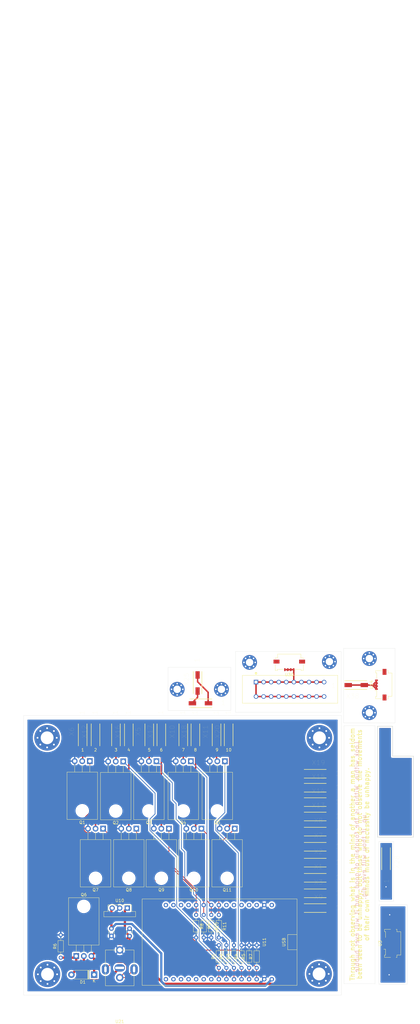
<source format=kicad_pcb>
(kicad_pcb (version 20171130) (host pcbnew 5.1.7-a382d34a8~88~ubuntu20.04.1)
  (layers (0 F.Cu signal) (31 B.Cu signal) (34 B.Paste user) (35 F.Paste user) (36 B.SilkS user) (37 F.SilkS user) (38 B.Mask user) (39 F.Mask user) (44 Edge.Cuts user))
  (net 0 "")
  (net 1 "Net-(D1-Pad2)")
  (net 2 +24V)
  (net 3 "Net-(J8-Pad1)")
  (net 4 POWER-IN-)
  (net 5 +5V)
  (net 6 "Net-(Q1-Pad2)")
  (net 7 sheet1)
  (net 8 "Net-(Q2-Pad2)")
  (net 9 sheet2)
  (net 10 "Net-(Q3-Pad2)")
  (net 11 sheet3)
  (net 12 "Net-(Q4-Pad2)")
  (net 13 sheet4)
  (net 14 "Net-(Q5-Pad2)")
  (net 15 sheet5)
  (net 16 POWER-IN+)
  (net 17 "Net-(U3-Pad1)")
  (net 18 "Net-(U11-Pad30)")
  (net 19 "Net-(U11-Pad29)")
  (net 20 "Net-(U11-Pad28)")
  (net 21 "Net-(U11-Pad27)")
  (net 22 "Net-(U11-Pad22)")
  (net 23 "Net-(U11-Pad21)")
  (net 24 "Net-(U11-Pad20)")
  (net 25 "Net-(U11-Pad19)")
  (net 26 "Net-(U11-Pad18)")
  (net 27 "Net-(U11-Pad16)")
  (net 28 sheet6)
  (net 29 "Net-(U11-Pad7)")
  (net 30 "Net-(U11-Pad6)")
  (net 31 "Net-(U11-Pad5)")
  (net 32 "Net-(U11-Pad4)")
  (net 33 "Net-(U11-Pad3)")
  (net 34 "Net-(U11-Pad2)")
  (net 35 "Net-(U11-Pad1)")
  (net 36 "Net-(U21-Pad0)")
  (net 37 "Net-(Q7-Pad2)")
  (net 38 "Net-(Q8-Pad2)")
  (net 39 sheet7)
  (net 40 "Net-(Q9-Pad2)")
  (net 41 sheet8)
  (net 42 "Net-(Q10-Pad2)")
  (net 43 sheet9)
  (net 44 "Net-(Q11-Pad2)")
  (net 45 sheet10)
  (net 46 "Net-(U14-Pad1)")
  (net 47 "Net-(X25-PadL1.2)")
  (net 48 "Net-(X25-PadL1.1)")
  (net 49 "Net-(X28-PadL1.1)")
  (module MountingHole:MountingHole_2.5mm_Pad_Via (layer F.Cu) (at 95.122 284.725 90)
    (fp_text reference REF**)
    (fp_text value MountingHole_2.5mm_Pad_Via)
    (pad 1 thru_hole circle (at 0 0 90) (size 5 5) (drill 2.5) (layers *.Cu *.Mask))
    (pad 1 thru_hole circle (at 1.875 0 90) (size 0.8 0.8) (drill 0.5) (layers *.Cu *.Mask))
    (pad 1 thru_hole circle (at 1.325825 1.325825 90) (size 0.8 0.8) (drill 0.5) (layers *.Cu *.Mask))
    (pad 1 thru_hole circle (at 0 1.875 90) (size 0.8 0.8) (drill 0.5) (layers *.Cu *.Mask))
    (pad 1 thru_hole circle (at -1.325825 1.325825 90) (size 0.8 0.8) (drill 0.5) (layers *.Cu *.Mask))
    (pad 1 thru_hole circle (at -1.875 0 90) (size 0.8 0.8) (drill 0.5) (layers *.Cu *.Mask))
    (pad 1 thru_hole circle (at -1.325825 -1.325825 90) (size 0.8 0.8) (drill 0.5) (layers *.Cu *.Mask))
    (pad 1 thru_hole circle (at 0 -1.875 90) (size 0.8 0.8) (drill 0.5) (layers *.Cu *.Mask))
    (pad 1 thru_hole circle (at 1.325825 -1.325825 90) (size 0.8 0.8) (drill 0.5) (layers *.Cu *.Mask))
  )
  (module MountingHole:MountingHole_2.5mm_Pad_Via (layer F.Cu) (at 80.263 284.725 90)
    (fp_text reference REF**)
    (fp_text value MountingHole_2.5mm_Pad_Via)
    (pad 1 thru_hole circle (at 1.325825 -1.325825 90) (size 0.8 0.8) (drill 0.5) (layers *.Cu *.Mask))
    (pad 1 thru_hole circle (at 0 -1.875 90) (size 0.8 0.8) (drill 0.5) (layers *.Cu *.Mask))
    (pad 1 thru_hole circle (at -1.325825 -1.325825 90) (size 0.8 0.8) (drill 0.5) (layers *.Cu *.Mask))
    (pad 1 thru_hole circle (at -1.875 0 90) (size 0.8 0.8) (drill 0.5) (layers *.Cu *.Mask))
    (pad 1 thru_hole circle (at -1.325825 1.325825 90) (size 0.8 0.8) (drill 0.5) (layers *.Cu *.Mask))
    (pad 1 thru_hole circle (at 0 1.875 90) (size 0.8 0.8) (drill 0.5) (layers *.Cu *.Mask))
    (pad 1 thru_hole circle (at 1.325825 1.325825 90) (size 0.8 0.8) (drill 0.5) (layers *.Cu *.Mask))
    (pad 1 thru_hole circle (at 1.875 0 90) (size 0.8 0.8) (drill 0.5) (layers *.Cu *.Mask))
    (pad 1 thru_hole circle (at 0 0 90) (size 5 5) (drill 2.5) (layers *.Cu *.Mask))
  )
  (module MountingHole:MountingHole_2.5mm_Pad_Via (layer F.Cu) (at 144.793 292.577)
    (fp_text reference REF**)
    (fp_text value MountingHole_2.5mm_Pad_Via hide)
    (pad 1 thru_hole circle (at 0 0) (size 5 5) (drill 2.5) (layers *.Cu *.Mask))
    (pad 1 thru_hole circle (at 1.875 0) (size 0.8 0.8) (drill 0.5) (layers *.Cu *.Mask))
    (pad 1 thru_hole circle (at 1.325825 1.325825) (size 0.8 0.8) (drill 0.5) (layers *.Cu *.Mask))
    (pad 1 thru_hole circle (at 0 1.875) (size 0.8 0.8) (drill 0.5) (layers *.Cu *.Mask))
    (pad 1 thru_hole circle (at -1.325825 1.325825) (size 0.8 0.8) (drill 0.5) (layers *.Cu *.Mask))
    (pad 1 thru_hole circle (at -1.875 0) (size 0.8 0.8) (drill 0.5) (layers *.Cu *.Mask))
    (pad 1 thru_hole circle (at -1.325825 -1.325825) (size 0.8 0.8) (drill 0.5) (layers *.Cu *.Mask))
    (pad 1 thru_hole circle (at 0 -1.875) (size 0.8 0.8) (drill 0.5) (layers *.Cu *.Mask))
    (pad 1 thru_hole circle (at 1.325825 -1.325825) (size 0.8 0.8) (drill 0.5) (layers *.Cu *.Mask))
  )
  (module MountingHole:MountingHole_2.5mm_Pad_Via (layer F.Cu) (at 144.793 274.416)
    (fp_text reference REF**)
    (fp_text value MountingHole_2.5mm_Pad_Via hide)
    (pad 1 thru_hole circle (at 1.325825 -1.325825) (size 0.8 0.8) (drill 0.5) (layers *.Cu *.Mask))
    (pad 1 thru_hole circle (at 0 -1.875) (size 0.8 0.8) (drill 0.5) (layers *.Cu *.Mask))
    (pad 1 thru_hole circle (at -1.325825 -1.325825) (size 0.8 0.8) (drill 0.5) (layers *.Cu *.Mask))
    (pad 1 thru_hole circle (at -1.875 0) (size 0.8 0.8) (drill 0.5) (layers *.Cu *.Mask))
    (pad 1 thru_hole circle (at -1.325825 1.325825) (size 0.8 0.8) (drill 0.5) (layers *.Cu *.Mask))
    (pad 1 thru_hole circle (at 0 1.875) (size 0.8 0.8) (drill 0.5) (layers *.Cu *.Mask))
    (pad 1 thru_hole circle (at 1.325825 1.325825) (size 0.8 0.8) (drill 0.5) (layers *.Cu *.Mask))
    (pad 1 thru_hole circle (at 1.875 0) (size 0.8 0.8) (drill 0.5) (layers *.Cu *.Mask))
    (pad 1 thru_hole circle (at 0 0) (size 5 5) (drill 2.5) (layers *.Cu *.Mask))
  )
  (module MountingHole:MountingHole_2.5mm_Pad_Via (layer F.Cu) (at 131.378 275.447)
    (fp_text reference REF**)
    (fp_text value MountingHole_2.5mm_Pad_Via)
    (pad 1 thru_hole circle (at 0 0) (size 5 5) (drill 2.5) (layers *.Cu *.Mask))
    (pad 1 thru_hole circle (at 1.875 0) (size 0.8 0.8) (drill 0.5) (layers *.Cu *.Mask))
    (pad 1 thru_hole circle (at 1.325825 1.325825) (size 0.8 0.8) (drill 0.5) (layers *.Cu *.Mask))
    (pad 1 thru_hole circle (at 0 1.875) (size 0.8 0.8) (drill 0.5) (layers *.Cu *.Mask))
    (pad 1 thru_hole circle (at -1.325825 1.325825) (size 0.8 0.8) (drill 0.5) (layers *.Cu *.Mask))
    (pad 1 thru_hole circle (at -1.875 0) (size 0.8 0.8) (drill 0.5) (layers *.Cu *.Mask))
    (pad 1 thru_hole circle (at -1.325825 -1.325825) (size 0.8 0.8) (drill 0.5) (layers *.Cu *.Mask))
    (pad 1 thru_hole circle (at 0 -1.875) (size 0.8 0.8) (drill 0.5) (layers *.Cu *.Mask))
    (pad 1 thru_hole circle (at 1.325825 -1.325825) (size 0.8 0.8) (drill 0.5) (layers *.Cu *.Mask))
  )
  (module MountingHole:MountingHole_2.5mm_Pad_Via (layer F.Cu) (at 104.581 275.701)
    (fp_text reference REF**)
    (fp_text value MountingHole_2.5mm_Pad_Via)
    (pad 1 thru_hole circle (at 1.325825 -1.325825) (size 0.8 0.8) (drill 0.5) (layers *.Cu *.Mask))
    (pad 1 thru_hole circle (at 0 -1.875) (size 0.8 0.8) (drill 0.5) (layers *.Cu *.Mask))
    (pad 1 thru_hole circle (at -1.325825 -1.325825) (size 0.8 0.8) (drill 0.5) (layers *.Cu *.Mask))
    (pad 1 thru_hole circle (at -1.875 0) (size 0.8 0.8) (drill 0.5) (layers *.Cu *.Mask))
    (pad 1 thru_hole circle (at -1.325825 1.325825) (size 0.8 0.8) (drill 0.5) (layers *.Cu *.Mask))
    (pad 1 thru_hole circle (at 0 1.875) (size 0.8 0.8) (drill 0.5) (layers *.Cu *.Mask))
    (pad 1 thru_hole circle (at 1.325825 1.325825) (size 0.8 0.8) (drill 0.5) (layers *.Cu *.Mask))
    (pad 1 thru_hole circle (at 1.875 0) (size 0.8 0.8) (drill 0.5) (layers *.Cu *.Mask))
    (pad 1 thru_hole circle (at 0 0) (size 5 5) (drill 2.5) (layers *.Cu *.Mask))
  )
  (module MountingHole:MountingHole_4.3mm_M4_Pad_Via (layer F.Cu) (at 36.599 301.006)
    (fp_text reference REF**)
    (fp_text value MountingHole_4.3mm_M4_Pad_Via)
    (pad 1 thru_hole circle (at 0 0) (size 8.6 8.6) (drill 4.3) (layers *.Cu *.Mask))
    (pad 1 thru_hole circle (at 3.225 0) (size 0.9 0.9) (drill 0.6) (layers *.Cu *.Mask))
    (pad 1 thru_hole circle (at 2.280419 2.280419) (size 0.9 0.9) (drill 0.6) (layers *.Cu *.Mask))
    (pad 1 thru_hole circle (at 0 3.225) (size 0.9 0.9) (drill 0.6) (layers *.Cu *.Mask))
    (pad 1 thru_hole circle (at -2.280419 2.280419) (size 0.9 0.9) (drill 0.6) (layers *.Cu *.Mask))
    (pad 1 thru_hole circle (at -3.225 0) (size 0.9 0.9) (drill 0.6) (layers *.Cu *.Mask))
    (pad 1 thru_hole circle (at -2.280419 -2.280419) (size 0.9 0.9) (drill 0.6) (layers *.Cu *.Mask))
    (pad 1 thru_hole circle (at 0 -3.225) (size 0.9 0.9) (drill 0.6) (layers *.Cu *.Mask))
    (pad 1 thru_hole circle (at 2.280419 -2.280419) (size 0.9 0.9) (drill 0.6) (layers *.Cu *.Mask))
  )
  (module MountingHole:MountingHole_4.3mm_M4_Pad_Via (layer F.Cu) (at 128.039 301.006)
    (fp_text reference REF**)
    (fp_text value MountingHole_4.3mm_M4_Pad_Via)
    (pad 1 thru_hole circle (at 0 0) (size 8.6 8.6) (drill 4.3) (layers *.Cu *.Mask))
    (pad 1 thru_hole circle (at 3.225 0) (size 0.9 0.9) (drill 0.6) (layers *.Cu *.Mask))
    (pad 1 thru_hole circle (at 2.280419 2.280419) (size 0.9 0.9) (drill 0.6) (layers *.Cu *.Mask))
    (pad 1 thru_hole circle (at 0 3.225) (size 0.9 0.9) (drill 0.6) (layers *.Cu *.Mask))
    (pad 1 thru_hole circle (at -2.280419 2.280419) (size 0.9 0.9) (drill 0.6) (layers *.Cu *.Mask))
    (pad 1 thru_hole circle (at -3.225 0) (size 0.9 0.9) (drill 0.6) (layers *.Cu *.Mask))
    (pad 1 thru_hole circle (at -2.280419 -2.280419) (size 0.9 0.9) (drill 0.6) (layers *.Cu *.Mask))
    (pad 1 thru_hole circle (at 0 -3.225) (size 0.9 0.9) (drill 0.6) (layers *.Cu *.Mask))
    (pad 1 thru_hole circle (at 2.280419 -2.280419) (size 0.9 0.9) (drill 0.6) (layers *.Cu *.Mask))
  )
  (module MountingHole:MountingHole_4.3mm_M4_Pad_Via (layer F.Cu) (at 127.912 380.254)
    (fp_text reference REF**)
    (fp_text value MountingHole_4.3mm_M4_Pad_Via)
    (pad 1 thru_hole circle (at 0 0) (size 8.6 8.6) (drill 4.3) (layers *.Cu *.Mask))
    (pad 1 thru_hole circle (at 3.225 0) (size 0.9 0.9) (drill 0.6) (layers *.Cu *.Mask))
    (pad 1 thru_hole circle (at 2.280419 2.280419) (size 0.9 0.9) (drill 0.6) (layers *.Cu *.Mask))
    (pad 1 thru_hole circle (at 0 3.225) (size 0.9 0.9) (drill 0.6) (layers *.Cu *.Mask))
    (pad 1 thru_hole circle (at -2.280419 2.280419) (size 0.9 0.9) (drill 0.6) (layers *.Cu *.Mask))
    (pad 1 thru_hole circle (at -3.225 0) (size 0.9 0.9) (drill 0.6) (layers *.Cu *.Mask))
    (pad 1 thru_hole circle (at -2.280419 -2.280419) (size 0.9 0.9) (drill 0.6) (layers *.Cu *.Mask))
    (pad 1 thru_hole circle (at 0 -3.225) (size 0.9 0.9) (drill 0.6) (layers *.Cu *.Mask))
    (pad 1 thru_hole circle (at 2.280419 -2.280419) (size 0.9 0.9) (drill 0.6) (layers *.Cu *.Mask))
  )
  (module MountingHole:MountingHole_4.3mm_M4_Pad_Via (layer F.Cu) (at 36.726 380.381)
    (fp_text reference REF**)
    (fp_text value MountingHole_4.3mm_M4_Pad_Via)
    (pad 1 thru_hole circle (at 2.280419 -2.280419) (size 0.9 0.9) (drill 0.6) (layers *.Cu *.Mask))
    (pad 1 thru_hole circle (at 0 -3.225) (size 0.9 0.9) (drill 0.6) (layers *.Cu *.Mask))
    (pad 1 thru_hole circle (at -2.280419 -2.280419) (size 0.9 0.9) (drill 0.6) (layers *.Cu *.Mask))
    (pad 1 thru_hole circle (at -3.225 0) (size 0.9 0.9) (drill 0.6) (layers *.Cu *.Mask))
    (pad 1 thru_hole circle (at -2.280419 2.280419) (size 0.9 0.9) (drill 0.6) (layers *.Cu *.Mask))
    (pad 1 thru_hole circle (at 0 3.225) (size 0.9 0.9) (drill 0.6) (layers *.Cu *.Mask))
    (pad 1 thru_hole circle (at 2.280419 2.280419) (size 0.9 0.9) (drill 0.6) (layers *.Cu *.Mask))
    (pad 1 thru_hole circle (at 3.225 0) (size 0.9 0.9) (drill 0.6) (layers *.Cu *.Mask))
    (pad 1 thru_hole circle (at 0 0) (size 8.6 8.6) (drill 4.3) (layers *.Cu *.Mask))
  )
  (module P-2059-301:998-403 (layer F.Cu) (at 126.388 313.071)
    (fp_text reference X19 (at 1.305 -3.72) (layer F.SilkS) (effects (font (size 1.574803 1.574803) (thickness 0.015))))
    (fp_text value 2059-301_998-403)
    (fp_text user 1 (at 7.735 -0.18) (layer F.SilkS) (effects (font (size 1.574803 1.574803) (thickness 0.015))))
    (pad L1.2 smd rect (at -2.625 0) (size 2.5 1.4) (layers F.Cu F.Paste F.Mask) (net 2 +24V))
    (pad L1.1 smd rect (at 2.775 0) (size 2.5 1.4) (layers F.Cu F.Paste F.Mask) (net 2 +24V))
  )
  (module P-2059-301:998-403 (layer F.Cu) (at 140.475 283.306 180)
    (fp_text reference X38 (at 1.305 -3.72) (layer F.SilkS) (effects (font (size 1.574803 1.574803) (thickness 0.015))))
    (fp_text value 2059-301_998-403)
    (fp_text user 1 (at 7.735 -0.18) (layer F.SilkS) (effects (font (size 1.574803 1.574803) (thickness 0.015))))
    (pad L1.2 smd rect (at -2.625 0 180) (size 2.5 1.4) (layers F.Cu F.Paste F.Mask) (net 46 "Net-(U14-Pad1)"))
    (pad L1.1 smd rect (at 2.775 0 180) (size 2.5 1.4) (layers F.Cu F.Paste F.Mask) (net 46 "Net-(U14-Pad1)"))
  )
  (module P-2059-301:998-403 (layer F.Cu) (at 150.39 341.371 270)
    (fp_text reference X28 (at 1.305 -3.72 90) (layer F.SilkS) (effects (font (size 1.574803 1.574803) (thickness 0.015))))
    (fp_text value 2059-301_998-403)
    (fp_text user 1 (at 7.735 -0.18 90) (layer F.SilkS) (effects (font (size 1.574803 1.574803) (thickness 0.015))))
    (pad L1.2 smd rect (at -2.625 0 270) (size 2.5 1.4) (layers F.Cu F.Paste F.Mask) (net 49 "Net-(X28-PadL1.1)"))
    (pad L1.1 smd rect (at 2.775 0 270) (size 2.5 1.4) (layers F.Cu F.Paste F.Mask) (net 49 "Net-(X28-PadL1.1)"))
  )
  (module P-2059-301:998-403 (layer F.Cu) (at 88.01 289.424)
    (fp_text reference X26 (at 1.305 -3.72) (layer F.SilkS) (effects (font (size 1.574803 1.574803) (thickness 0.015))))
    (fp_text value 2059-301_998-403)
    (fp_text user 1 (at 7.735 -0.18) (layer F.SilkS) (effects (font (size 1.574803 1.574803) (thickness 0.015))))
    (pad L1.2 smd rect (at -2.625 0) (size 2.5 1.4) (layers F.Cu F.Paste F.Mask) (net 47 "Net-(X25-PadL1.2)"))
    (pad L1.1 smd rect (at 2.775 0) (size 2.5 1.4) (layers F.Cu F.Paste F.Mask) (net 48 "Net-(X25-PadL1.1)"))
  )
  (module P-2059-301:998-403 (layer F.Cu) (at 87.121 282.693 90)
    (fp_text reference X25 (at 1.305 -3.72 90) (layer F.SilkS) (effects (font (size 1.574803 1.574803) (thickness 0.015))))
    (fp_text value 2059-301_998-403)
    (fp_text user 1 (at 7.735 -0.18 90) (layer F.SilkS) (effects (font (size 1.574803 1.574803) (thickness 0.015))))
    (pad L1.2 smd rect (at -2.625 0 90) (size 2.5 1.4) (layers F.Cu F.Paste F.Mask) (net 47 "Net-(X25-PadL1.2)"))
    (pad L1.1 smd rect (at 2.775 0 90) (size 2.5 1.4) (layers F.Cu F.Paste F.Mask) (net 48 "Net-(X25-PadL1.1)"))
  )
  (module P-2059-301:998-403 (layer F.Cu) (at 97.559 300.244 90)
    (fp_text reference X20 (at 1.305 -3.72 90) (layer F.SilkS) (effects (font (size 1.574803 1.574803) (thickness 0.015))))
    (fp_text value 2059-301_998-403)
    (fp_text user 1 (at 7.735 -0.18 90) (layer F.SilkS) (effects (font (size 1.574803 1.574803) (thickness 0.015))))
    (pad L1.2 smd rect (at -2.625 0 90) (size 2.5 1.4) (layers F.Cu F.Paste F.Mask) (net 44 "Net-(Q11-Pad2)"))
    (pad L1.1 smd rect (at 2.775 0 90) (size 2.5 1.4) (layers F.Cu F.Paste F.Mask) (net 44 "Net-(Q11-Pad2)"))
  )
  (module P-2059-301:998-403 (layer F.Cu) (at 86.383 300.244 90)
    (fp_text reference X18 (at 1.305 -3.72 90) (layer F.SilkS) (effects (font (size 1.574803 1.574803) (thickness 0.015))))
    (fp_text value 2059-301_998-403)
    (fp_text user 1 (at 7.735 -0.18 90) (layer F.SilkS) (effects (font (size 1.574803 1.574803) (thickness 0.015))))
    (pad L1.2 smd rect (at -2.625 0 90) (size 2.5 1.4) (layers F.Cu F.Paste F.Mask) (net 42 "Net-(Q10-Pad2)"))
    (pad L1.1 smd rect (at 2.775 0 90) (size 2.5 1.4) (layers F.Cu F.Paste F.Mask) (net 42 "Net-(Q10-Pad2)"))
  )
  (module P-2059-301:998-403 (layer F.Cu) (at 74.953 300.244 90)
    (fp_text reference X17 (at 1.305 -3.72 90) (layer F.SilkS) (effects (font (size 1.574803 1.574803) (thickness 0.015))))
    (fp_text value 2059-301_998-403)
    (fp_text user 1 (at 7.735 -0.18 90) (layer F.SilkS) (effects (font (size 1.574803 1.574803) (thickness 0.015))))
    (pad L1.2 smd rect (at -2.625 0 90) (size 2.5 1.4) (layers F.Cu F.Paste F.Mask) (net 40 "Net-(Q9-Pad2)"))
    (pad L1.1 smd rect (at 2.775 0 90) (size 2.5 1.4) (layers F.Cu F.Paste F.Mask) (net 40 "Net-(Q9-Pad2)"))
  )
  (module P-2059-301:998-403 (layer F.Cu) (at 64.031 300.244 90)
    (fp_text reference X16 (at 1.305 -3.72 90) (layer F.SilkS) (effects (font (size 1.574803 1.574803) (thickness 0.015))))
    (fp_text value 2059-301_998-403)
    (fp_text user 1 (at 7.735 -0.18 90) (layer F.SilkS) (effects (font (size 1.574803 1.574803) (thickness 0.015))))
    (pad L1.2 smd rect (at -2.625 0 90) (size 2.5 1.4) (layers F.Cu F.Paste F.Mask) (net 38 "Net-(Q8-Pad2)"))
    (pad L1.1 smd rect (at 2.775 0 90) (size 2.5 1.4) (layers F.Cu F.Paste F.Mask) (net 38 "Net-(Q8-Pad2)"))
  )
  (module P-2059-301:998-403 (layer F.Cu) (at 126.388 317.77)
    (fp_text reference X15 (at 1.305 -3.72) (layer F.SilkS) (effects (font (size 1.574803 1.574803) (thickness 0.015))))
    (fp_text value 2059-301_998-403)
    (fp_text user 1 (at 7.735 -0.18) (layer F.SilkS) (effects (font (size 1.574803 1.574803) (thickness 0.015))))
    (pad L1.2 smd rect (at -2.625 0) (size 2.5 1.4) (layers F.Cu F.Paste F.Mask) (net 2 +24V))
    (pad L1.1 smd rect (at 2.775 0) (size 2.5 1.4) (layers F.Cu F.Paste F.Mask) (net 2 +24V))
  )
  (module P-2059-301:998-403 (layer F.Cu) (at 126.388 322.596)
    (fp_text reference X14 (at 1.305 -3.72) (layer F.SilkS) (effects (font (size 1.574803 1.574803) (thickness 0.015))))
    (fp_text value 2059-301_998-403)
    (fp_text user 1 (at 7.735 -0.18) (layer F.SilkS) (effects (font (size 1.574803 1.574803) (thickness 0.015))))
    (pad L1.2 smd rect (at -2.625 0) (size 2.5 1.4) (layers F.Cu F.Paste F.Mask) (net 2 +24V))
    (pad L1.1 smd rect (at 2.775 0) (size 2.5 1.4) (layers F.Cu F.Paste F.Mask) (net 2 +24V))
  )
  (module P-2059-301:998-403 (layer F.Cu) (at 126.388 327.422)
    (fp_text reference X13 (at 1.305 -3.72) (layer F.SilkS) (effects (font (size 1.574803 1.574803) (thickness 0.015))))
    (fp_text value 2059-301_998-403)
    (fp_text user 1 (at 7.735 -0.18) (layer F.SilkS) (effects (font (size 1.574803 1.574803) (thickness 0.015))))
    (pad L1.2 smd rect (at -2.625 0) (size 2.5 1.4) (layers F.Cu F.Paste F.Mask) (net 2 +24V))
    (pad L1.1 smd rect (at 2.775 0) (size 2.5 1.4) (layers F.Cu F.Paste F.Mask) (net 2 +24V))
  )
  (module P-2059-301:998-403 (layer F.Cu) (at 52.855 300.244 90)
    (fp_text reference X12 (at 1.305 -3.72 90) (layer F.SilkS) (effects (font (size 1.574803 1.574803) (thickness 0.015))))
    (fp_text value 2059-301_998-403)
    (fp_text user 1 (at 7.735 -0.18 90) (layer F.SilkS) (effects (font (size 1.574803 1.574803) (thickness 0.015))))
    (pad L1.2 smd rect (at -2.625 0 90) (size 2.5 1.4) (layers F.Cu F.Paste F.Mask) (net 37 "Net-(Q7-Pad2)"))
    (pad L1.1 smd rect (at 2.775 0 90) (size 2.5 1.4) (layers F.Cu F.Paste F.Mask) (net 37 "Net-(Q7-Pad2)"))
  )
  (module P-2059-301:998-403 (layer F.Cu) (at 93.495 300.244 90)
    (fp_text reference X11 (at 1.305 -3.72 90) (layer F.SilkS) (effects (font (size 1.574803 1.574803) (thickness 0.015))))
    (fp_text value 2059-301_998-403)
    (fp_text user 1 (at 7.735 -0.18 90) (layer F.SilkS) (effects (font (size 1.574803 1.574803) (thickness 0.015))))
    (pad L1.2 smd rect (at -2.625 0 90) (size 2.5 1.4) (layers F.Cu F.Paste F.Mask) (net 14 "Net-(Q5-Pad2)"))
    (pad L1.1 smd rect (at 2.775 0 90) (size 2.5 1.4) (layers F.Cu F.Paste F.Mask) (net 14 "Net-(Q5-Pad2)"))
  )
  (module P-2059-301:998-403 (layer F.Cu) (at 82.319 300.244 90)
    (fp_text reference X10 (at 1.305 -3.72 90) (layer F.SilkS) (effects (font (size 1.574803 1.574803) (thickness 0.015))))
    (fp_text value 2059-301_998-403)
    (fp_text user 1 (at 7.735 -0.18 90) (layer F.SilkS) (effects (font (size 1.574803 1.574803) (thickness 0.015))))
    (pad L1.2 smd rect (at -2.625 0 90) (size 2.5 1.4) (layers F.Cu F.Paste F.Mask) (net 12 "Net-(Q4-Pad2)"))
    (pad L1.1 smd rect (at 2.775 0 90) (size 2.5 1.4) (layers F.Cu F.Paste F.Mask) (net 12 "Net-(Q4-Pad2)"))
  )
  (module P-2059-301:998-403 (layer F.Cu) (at 126.388 358.156)
    (fp_text reference X9 (at 1.305 -3.72) (layer F.SilkS) (effects (font (size 1.574803 1.574803) (thickness 0.015))))
    (fp_text value 2059-301_998-403)
    (fp_text user 1 (at 7.735 -0.18) (layer F.SilkS) (effects (font (size 1.574803 1.574803) (thickness 0.015))))
    (pad L1.2 smd rect (at -2.625 0) (size 2.5 1.4) (layers F.Cu F.Paste F.Mask) (net 2 +24V))
    (pad L1.1 smd rect (at 2.775 0) (size 2.5 1.4) (layers F.Cu F.Paste F.Mask) (net 2 +24V))
  )
  (module P-2059-301:998-403 (layer F.Cu) (at 126.388 332.502)
    (fp_text reference X8 (at 1.305 -3.72) (layer F.SilkS) (effects (font (size 1.574803 1.574803) (thickness 0.015))))
    (fp_text value 2059-301_998-403)
    (fp_text user 1 (at 7.735 -0.18) (layer F.SilkS) (effects (font (size 1.574803 1.574803) (thickness 0.015))))
    (pad L1.2 smd rect (at -2.625 0) (size 2.5 1.4) (layers F.Cu F.Paste F.Mask) (net 2 +24V))
    (pad L1.1 smd rect (at 2.775 0) (size 2.5 1.4) (layers F.Cu F.Paste F.Mask) (net 2 +24V))
  )
  (module P-2059-301:998-403 (layer F.Cu) (at 126.388 337.582)
    (fp_text reference X7 (at 1.305 -3.72) (layer F.SilkS) (effects (font (size 1.574803 1.574803) (thickness 0.015))))
    (fp_text value 2059-301_998-403)
    (fp_text user 1 (at 7.735 -0.18) (layer F.SilkS) (effects (font (size 1.574803 1.574803) (thickness 0.015))))
    (pad L1.2 smd rect (at -2.625 0) (size 2.5 1.4) (layers F.Cu F.Paste F.Mask) (net 2 +24V))
    (pad L1.1 smd rect (at 2.775 0) (size 2.5 1.4) (layers F.Cu F.Paste F.Mask) (net 2 +24V))
  )
  (module P-2059-301:998-403 (layer F.Cu) (at 48.537 300.244 90)
    (fp_text reference X6 (at 1.305 -3.72 90) (layer F.SilkS) (effects (font (size 1.574803 1.574803) (thickness 0.015))))
    (fp_text value 2059-301_998-403)
    (fp_text user 1 (at 7.735 -0.18 90) (layer F.SilkS) (effects (font (size 1.574803 1.574803) (thickness 0.015))))
    (pad L1.2 smd rect (at -2.625 0 90) (size 2.5 1.4) (layers F.Cu F.Paste F.Mask) (net 6 "Net-(Q1-Pad2)"))
    (pad L1.1 smd rect (at 2.775 0 90) (size 2.5 1.4) (layers F.Cu F.Paste F.Mask) (net 6 "Net-(Q1-Pad2)"))
  )
  (module P-2059-301:998-403 (layer F.Cu) (at 70.889 300.244 90)
    (fp_text reference X5 (at 1.305 -3.72 90) (layer F.SilkS) (effects (font (size 1.574803 1.574803) (thickness 0.015))))
    (fp_text value 2059-301_998-403)
    (pad L1.2 smd rect (at -2.625 0 90) (size 2.5 1.4) (layers F.Cu F.Paste F.Mask) (net 10 "Net-(Q3-Pad2)"))
    (pad L1.1 smd rect (at 2.775 0 90) (size 2.5 1.4) (layers F.Cu F.Paste F.Mask) (net 10 "Net-(Q3-Pad2)"))
  )
  (module P-2059-301:998-403 (layer F.Cu) (at 59.713 300.244 90)
    (fp_text reference X4)
    (fp_text value 2059-301_998-403)
    (fp_text user 1 (at 7.735 -0.18 90) (layer F.SilkS) (effects (font (size 1.574803 1.574803) (thickness 0.015))))
    (pad L1.2 smd rect (at -2.625 0 90) (size 2.5 1.4) (layers F.Cu F.Paste F.Mask) (net 8 "Net-(Q2-Pad2)"))
    (pad L1.1 smd rect (at 2.775 0 90) (size 2.5 1.4) (layers F.Cu F.Paste F.Mask) (net 8 "Net-(Q2-Pad2)"))
  )
  (module P-2059-301:998-403 (layer F.Cu) (at 126.388 353.203)
    (fp_text reference X3 (at 1.305 -3.72) (layer F.SilkS) (effects (font (size 1.574803 1.574803) (thickness 0.015))))
    (fp_text value 2059-301_998-403)
    (fp_text user 1 (at 7.735 -0.18) (layer F.SilkS) (effects (font (size 1.574803 1.574803) (thickness 0.015))))
    (pad L1.2 smd rect (at -2.625 0) (size 2.5 1.4) (layers F.Cu F.Paste F.Mask) (net 2 +24V))
    (pad L1.1 smd rect (at 2.775 0) (size 2.5 1.4) (layers F.Cu F.Paste F.Mask) (net 2 +24V))
  )
  (module P-2059-301:998-403 (layer F.Cu) (at 126.388 342.916)
    (fp_text reference X2 (at 1.305 -3.72) (layer F.SilkS) (effects (font (size 1.574803 1.574803) (thickness 0.015))))
    (fp_text value 2059-301_998-403)
    (fp_text user 1 (at 7.735 -0.18) (layer F.SilkS) (effects (font (size 1.574803 1.574803) (thickness 0.015))))
    (pad L1.2 smd rect (at -2.625 0) (size 2.5 1.4) (layers F.Cu F.Paste F.Mask) (net 2 +24V))
    (pad L1.1 smd rect (at 2.775 0) (size 2.5 1.4) (layers F.Cu F.Paste F.Mask) (net 2 +24V))
  )
  (module P-2059-301:998-403 (layer F.Cu) (at 126.388 347.996)
    (fp_text reference X1 (at 1.305 -3.72) (layer F.SilkS) (effects (font (size 1.574803 1.574803) (thickness 0.015))))
    (fp_text value 2059-301_998-403)
    (fp_text user 1 (at 7.735 -0.18) (layer F.SilkS) (effects (font (size 1.574803 1.574803) (thickness 0.015))))
    (pad L1.2 smd rect (at -2.625 0) (size 2.5 1.4) (layers F.Cu F.Paste F.Mask) (net 2 +24V))
    (pad L1.1 smd rect (at 2.775 0) (size 2.5 1.4) (layers F.Cu F.Paste F.Mask) (net 2 +24V))
  )
  (module ffc-fpc:Molex_200528-0040_1x04-1MP_P1.00mm_Horizontal (layer F.Cu) (at 148.095 283.179 90)
    (fp_text reference U14 (at 0 -2.61 90) (layer F.SilkS))
    (fp_text value fpc-connector-mosfet-drain)
    (pad 4 smd rect (at 1.5 -0.91 90) (size 0.4 1) (layers F.Cu F.Paste F.Mask) (net 46 "Net-(U14-Pad1)"))
    (pad 3 smd rect (at 0.5 -0.91 90) (size 0.4 1) (layers F.Cu F.Paste F.Mask) (net 46 "Net-(U14-Pad1)"))
    (pad 2 smd rect (at -0.5 -0.91 90) (size 0.4 1) (layers F.Cu F.Paste F.Mask) (net 46 "Net-(U14-Pad1)"))
    (pad 1 smd rect (at -1.5 -0.91 90) (size 0.4 1) (layers F.Cu F.Paste F.Mask) (net 46 "Net-(U14-Pad1)"))
    (pad MP smd rect (at 4.3 1.79 90) (size 2 1.3) (layers F.Cu F.Paste F.Mask))
    (pad MP smd rect (at -4.3 1.79 90) (size 2 1.3) (layers F.Cu F.Paste F.Mask))
  )
  (module ffc-fpc:Molex_200528-0040_1x04-1MP_P1.00mm_Horizontal (layer F.Cu) (at 151.053 369.999 90)
    (fp_text reference U3 (at 0 -2.61 90) (layer F.SilkS))
    (fp_text value fpc-connector-mosfet-drain)
    (pad 4 smd rect (at 1.5 -0.91 90) (size 0.4 1) (layers F.Cu F.Paste F.Mask) (net 17 "Net-(U3-Pad1)"))
    (pad 3 smd rect (at 0.5 -0.91 90) (size 0.4 1) (layers F.Cu F.Paste F.Mask) (net 17 "Net-(U3-Pad1)"))
    (pad 2 smd rect (at -0.5 -0.91 90) (size 0.4 1) (layers F.Cu F.Paste F.Mask) (net 17 "Net-(U3-Pad1)"))
    (pad 1 smd rect (at -1.5 -0.91 90) (size 0.4 1) (layers F.Cu F.Paste F.Mask) (net 17 "Net-(U3-Pad1)"))
    (pad MP smd rect (at 4.3 1.79 90) (size 2 1.3) (layers F.Cu F.Paste F.Mask))
    (pad MP smd rect (at -4.3 1.79 90) (size 2 1.3) (layers F.Cu F.Paste F.Mask))
  )
  (module Resistor_THT:R_Axial_DIN0204_L3.6mm_D1.6mm_P7.62mm_Horizontal (layer F.Cu) (at 94.257 360.442 270)
    (fp_text reference R11 (at 3.81 -1.92 90) (layer F.SilkS))
    (fp_text value R)
    (pad 2 thru_hole oval (at 7.62 0 270) (size 1.4 1.4) (drill 0.7) (layers *.Cu *.Mask) (net 4 POWER-IN-))
    (pad 1 thru_hole circle (at 0 0 270) (size 1.4 1.4) (drill 0.7) (layers *.Cu *.Mask) (net 45 sheet10))
  )
  (module Resistor_THT:R_Axial_DIN0204_L3.6mm_D1.6mm_P7.62mm_Horizontal (layer F.Cu) (at 91.717 360.442 270)
    (fp_text reference R10 (at 3.81 -1.92 90) (layer F.SilkS))
    (fp_text value R)
    (pad 2 thru_hole oval (at 7.62 0 270) (size 1.4 1.4) (drill 0.7) (layers *.Cu *.Mask) (net 4 POWER-IN-))
    (pad 1 thru_hole circle (at 0 0 270) (size 1.4 1.4) (drill 0.7) (layers *.Cu *.Mask) (net 43 sheet9))
  )
  (module Resistor_THT:R_Axial_DIN0204_L3.6mm_D1.6mm_P7.62mm_Horizontal (layer F.Cu) (at 89.177 360.442 270)
    (fp_text reference R9 (at 3.81 -1.92 90) (layer F.SilkS))
    (fp_text value R)
    (pad 2 thru_hole oval (at 7.62 0 270) (size 1.4 1.4) (drill 0.7) (layers *.Cu *.Mask) (net 4 POWER-IN-))
    (pad 1 thru_hole circle (at 0 0 270) (size 1.4 1.4) (drill 0.7) (layers *.Cu *.Mask) (net 41 sheet8))
  )
  (module Resistor_THT:R_Axial_DIN0204_L3.6mm_D1.6mm_P7.62mm_Horizontal (layer F.Cu) (at 86.637 360.442 270)
    (fp_text reference R8 (at 3.81 -1.92 90) (layer F.SilkS))
    (fp_text value R)
    (pad 2 thru_hole oval (at 7.62 0 270) (size 1.4 1.4) (drill 0.7) (layers *.Cu *.Mask) (net 4 POWER-IN-))
    (pad 1 thru_hole circle (at 0 0 270) (size 1.4 1.4) (drill 0.7) (layers *.Cu *.Mask) (net 39 sheet7))
  )
  (module Resistor_THT:R_Axial_DIN0204_L3.6mm_D1.6mm_P7.62mm_Horizontal (layer F.Cu) (at 106.957 378.222 90)
    (fp_text reference R7 (at 3.81 -1.92 90) (layer F.SilkS))
    (fp_text value R)
    (pad 2 thru_hole oval (at 7.62 0 90) (size 1.4 1.4) (drill 0.7) (layers *.Cu *.Mask) (net 4 POWER-IN-))
    (pad 1 thru_hole circle (at 0 0 90) (size 1.4 1.4) (drill 0.7) (layers *.Cu *.Mask) (net 28 sheet6))
  )
  (module Resistor_THT:R_Axial_DIN0204_L3.6mm_D1.6mm_P7.62mm_Horizontal (layer F.Cu) (at 104.417 378.222 90)
    (fp_text reference R5 (at 3.81 -1.92 90) (layer F.SilkS))
    (fp_text value R)
    (pad 2 thru_hole oval (at 7.62 0 90) (size 1.4 1.4) (drill 0.7) (layers *.Cu *.Mask) (net 4 POWER-IN-))
    (pad 1 thru_hole circle (at 0 0 90) (size 1.4 1.4) (drill 0.7) (layers *.Cu *.Mask) (net 15 sheet5))
  )
  (module Resistor_THT:R_Axial_DIN0204_L3.6mm_D1.6mm_P7.62mm_Horizontal (layer F.Cu) (at 101.877 378.222 90)
    (fp_text reference R4 (at 3.81 -1.92 90) (layer F.SilkS))
    (fp_text value R)
    (pad 2 thru_hole oval (at 7.62 0 90) (size 1.4 1.4) (drill 0.7) (layers *.Cu *.Mask) (net 4 POWER-IN-))
    (pad 1 thru_hole circle (at 0 0 90) (size 1.4 1.4) (drill 0.7) (layers *.Cu *.Mask) (net 13 sheet4))
  )
  (module Resistor_THT:R_Axial_DIN0204_L3.6mm_D1.6mm_P7.62mm_Horizontal (layer F.Cu) (at 99.337 378.222 90)
    (fp_text reference R3 (at 3.81 -1.92 90) (layer F.SilkS))
    (fp_text value R)
    (pad 2 thru_hole oval (at 7.62 0 90) (size 1.4 1.4) (drill 0.7) (layers *.Cu *.Mask) (net 4 POWER-IN-))
    (pad 1 thru_hole circle (at 0 0 90) (size 1.4 1.4) (drill 0.7) (layers *.Cu *.Mask) (net 11 sheet3))
  )
  (module Resistor_THT:R_Axial_DIN0204_L3.6mm_D1.6mm_P7.62mm_Horizontal (layer F.Cu) (at 96.797 378.222 90)
    (fp_text reference R2 (at 3.81 -1.92 90) (layer F.SilkS))
    (fp_text value R)
    (pad 2 thru_hole oval (at 7.62 0 90) (size 1.4 1.4) (drill 0.7) (layers *.Cu *.Mask) (net 4 POWER-IN-))
    (pad 1 thru_hole circle (at 0 0 90) (size 1.4 1.4) (drill 0.7) (layers *.Cu *.Mask) (net 9 sheet2))
  )
  (module Package_TO_SOT_THT:TO-220-3_Horizontal_TabDown (layer F.Cu) (at 99.591 331.486 180)
    (fp_text reference Q11 (at 2.54 -20.58) (layer F.SilkS))
    (fp_text value IRLZ44N-horizontal)
    (pad 3 thru_hole oval (at 5.08 0 180) (size 1.905 2) (drill 1.1) (layers *.Cu *.Mask) (net 4 POWER-IN-))
    (pad 2 thru_hole oval (at 2.54 0 180) (size 1.905 2) (drill 1.1) (layers *.Cu *.Mask) (net 44 "Net-(Q11-Pad2)"))
    (pad 1 thru_hole rect (at 0 0 180) (size 1.905 2) (drill 1.1) (layers *.Cu *.Mask) (net 45 sheet10))
    (pad "" np_thru_hole oval (at 2.54 -16.66 180) (size 3.5 3.5) (drill 3.5) (layers *.Cu *.Mask))
  )
  (module Package_TO_SOT_THT:TO-220-3_Horizontal_TabDown (layer F.Cu) (at 88.415 331.486 180)
    (fp_text reference Q10 (at 2.54 -20.58) (layer F.SilkS))
    (fp_text value IRLZ44N-horizontal)
    (pad 3 thru_hole oval (at 5.08 0 180) (size 1.905 2) (drill 1.1) (layers *.Cu *.Mask) (net 4 POWER-IN-))
    (pad 2 thru_hole oval (at 2.54 0 180) (size 1.905 2) (drill 1.1) (layers *.Cu *.Mask) (net 42 "Net-(Q10-Pad2)"))
    (pad 1 thru_hole rect (at 0 0 180) (size 1.905 2) (drill 1.1) (layers *.Cu *.Mask) (net 43 sheet9))
    (pad "" np_thru_hole oval (at 2.54 -16.66 180) (size 3.5 3.5) (drill 3.5) (layers *.Cu *.Mask))
  )
  (module Package_TO_SOT_THT:TO-220-3_Horizontal_TabDown (layer F.Cu) (at 77.493 331.486 180)
    (fp_text reference Q9 (at 2.54 -20.58) (layer F.SilkS))
    (fp_text value IRLZ44N-horizontal)
    (pad 3 thru_hole oval (at 5.08 0 180) (size 1.905 2) (drill 1.1) (layers *.Cu *.Mask) (net 4 POWER-IN-))
    (pad 2 thru_hole oval (at 2.54 0 180) (size 1.905 2) (drill 1.1) (layers *.Cu *.Mask) (net 40 "Net-(Q9-Pad2)"))
    (pad 1 thru_hole rect (at 0 0 180) (size 1.905 2) (drill 1.1) (layers *.Cu *.Mask) (net 41 sheet8))
    (pad "" np_thru_hole oval (at 2.54 -16.66 180) (size 3.5 3.5) (drill 3.5) (layers *.Cu *.Mask))
  )
  (module Package_TO_SOT_THT:TO-220-3_Horizontal_TabDown (layer F.Cu) (at 66.571 331.486 180)
    (fp_text reference Q8 (at 2.54 -20.58) (layer F.SilkS))
    (fp_text value IRLZ44N-horizontal)
    (pad 3 thru_hole oval (at 5.08 0 180) (size 1.905 2) (drill 1.1) (layers *.Cu *.Mask) (net 4 POWER-IN-))
    (pad 2 thru_hole oval (at 2.54 0 180) (size 1.905 2) (drill 1.1) (layers *.Cu *.Mask) (net 38 "Net-(Q8-Pad2)"))
    (pad 1 thru_hole rect (at 0 0 180) (size 1.905 2) (drill 1.1) (layers *.Cu *.Mask) (net 39 sheet7))
    (pad "" np_thru_hole oval (at 2.54 -16.66 180) (size 3.5 3.5) (drill 3.5) (layers *.Cu *.Mask))
  )
  (module Package_TO_SOT_THT:TO-220-3_Horizontal_TabDown (layer F.Cu) (at 55.395 331.486 180)
    (fp_text reference Q7 (at 2.54 -20.58) (layer F.SilkS))
    (fp_text value IRLZ44N-horizontal)
    (pad 3 thru_hole oval (at 5.08 0 180) (size 1.905 2) (drill 1.1) (layers *.Cu *.Mask) (net 4 POWER-IN-))
    (pad 2 thru_hole oval (at 2.54 0 180) (size 1.905 2) (drill 1.1) (layers *.Cu *.Mask) (net 37 "Net-(Q7-Pad2)"))
    (pad 1 thru_hole rect (at 0 0 180) (size 1.905 2) (drill 1.1) (layers *.Cu *.Mask) (net 28 sheet6))
    (pad "" np_thru_hole oval (at 2.54 -16.66 180) (size 3.5 3.5) (drill 3.5) (layers *.Cu *.Mask))
  )
  (module Package_TO_SOT_THT:TO-220-3_Horizontal_TabDown (layer F.Cu) (at 96.289 308.88 180)
    (fp_text reference Q5 (at 2.54 -20.58) (layer F.SilkS))
    (fp_text value IRLZ44N-horizontal)
    (pad 3 thru_hole oval (at 5.08 0 180) (size 1.905 2) (drill 1.1) (layers *.Cu *.Mask) (net 4 POWER-IN-))
    (pad 2 thru_hole oval (at 2.54 0 180) (size 1.905 2) (drill 1.1) (layers *.Cu *.Mask) (net 14 "Net-(Q5-Pad2)"))
    (pad 1 thru_hole rect (at 0 0 180) (size 1.905 2) (drill 1.1) (layers *.Cu *.Mask) (net 15 sheet5))
    (pad "" np_thru_hole oval (at 2.54 -16.66 180) (size 3.5 3.5) (drill 3.5) (layers *.Cu *.Mask))
  )
  (module Package_TO_SOT_THT:TO-220-3_Horizontal_TabDown (layer F.Cu) (at 84.859 308.88 180)
    (fp_text reference Q4 (at 2.54 -20.58) (layer F.SilkS))
    (fp_text value IRLZ44N-horizontal)
    (pad 3 thru_hole oval (at 5.08 0 180) (size 1.905 2) (drill 1.1) (layers *.Cu *.Mask) (net 4 POWER-IN-))
    (pad 2 thru_hole oval (at 2.54 0 180) (size 1.905 2) (drill 1.1) (layers *.Cu *.Mask) (net 12 "Net-(Q4-Pad2)"))
    (pad 1 thru_hole rect (at 0 0 180) (size 1.905 2) (drill 1.1) (layers *.Cu *.Mask) (net 13 sheet4))
    (pad "" np_thru_hole oval (at 2.54 -16.66 180) (size 3.5 3.5) (drill 3.5) (layers *.Cu *.Mask))
  )
  (module Package_TO_SOT_THT:TO-220-3_Horizontal_TabDown (layer F.Cu) (at 73.318 308.881 180)
    (fp_text reference Q3 (at 2.54 -20.58) (layer F.SilkS))
    (fp_text value IRLZ44N-horizontal)
    (pad 3 thru_hole oval (at 5.08 0 180) (size 1.905 2) (drill 1.1) (layers *.Cu *.Mask) (net 4 POWER-IN-))
    (pad 2 thru_hole oval (at 2.54 0 180) (size 1.905 2) (drill 1.1) (layers *.Cu *.Mask) (net 10 "Net-(Q3-Pad2)"))
    (pad 1 thru_hole rect (at 0 0 180) (size 1.905 2) (drill 1.1) (layers *.Cu *.Mask) (net 11 sheet3))
    (pad "" np_thru_hole oval (at 2.54 -16.66 180) (size 3.5 3.5) (drill 3.5) (layers *.Cu *.Mask))
  )
  (module Package_TO_SOT_THT:TO-220-3_Horizontal_TabDown (layer F.Cu) (at 62.179 308.939 180)
    (fp_text reference Q2 (at 2.54 -20.58) (layer F.SilkS))
    (fp_text value IRLZ44N-horizontal)
    (pad 3 thru_hole oval (at 5.08 0 180) (size 1.905 2) (drill 1.1) (layers *.Cu *.Mask) (net 4 POWER-IN-))
    (pad 2 thru_hole oval (at 2.54 0 180) (size 1.905 2) (drill 1.1) (layers *.Cu *.Mask) (net 8 "Net-(Q2-Pad2)"))
    (pad 1 thru_hole rect (at 0 0 180) (size 1.905 2) (drill 1.1) (layers *.Cu *.Mask) (net 9 sheet2))
    (pad "" np_thru_hole oval (at 2.54 -16.66 180) (size 3.5 3.5) (drill 3.5) (layers *.Cu *.Mask))
  )
  (module ffc-fpc:Molex_200528-0040_1x04-1MP_P1.00mm_Horizontal (layer F.Cu) (at 117.916 277.225 180)
    (fp_text reference U30 (at 0 -2.61) (layer F.SilkS))
    (fp_text value fpc-connector-VIN)
    (pad 4 smd rect (at 1.5 -0.91 180) (size 0.4 1) (layers F.Cu F.Paste F.Mask) (net 3 "Net-(J8-Pad1)"))
    (pad 3 smd rect (at 0.5 -0.91 180) (size 0.4 1) (layers F.Cu F.Paste F.Mask) (net 3 "Net-(J8-Pad1)"))
    (pad 2 smd rect (at -0.5 -0.91 180) (size 0.4 1) (layers F.Cu F.Paste F.Mask) (net 3 "Net-(J8-Pad1)"))
    (pad 1 smd rect (at -1.5 -0.91 180) (size 0.4 1) (layers F.Cu F.Paste F.Mask) (net 3 "Net-(J8-Pad1)"))
    (pad MP smd rect (at 4.3 1.79 180) (size 2 1.3) (layers F.Cu F.Paste F.Mask))
    (pad MP smd rect (at -4.3 1.79 180) (size 2 1.3) (layers F.Cu F.Paste F.Mask))
  )
  (module ariadne:POWER_JACK_DCJ250-20-B-K1-A (layer F.Cu) (at 60.983 378.222)
    (fp_text reference U21 (at -0.01 18.01) (layer F.SilkS))
    (fp_text value POWER_CONNECTOR-DCJ250-20-B-K1-A)
    (pad 1 thru_hole oval (at 0 0 270) (size 2.5 3.5) (drill oval 0.8 3) (layers *.Cu *.Mask) (net 16 POWER-IN+))
    (pad 0 thru_hole oval (at -4.8 0.5 270) (size 3.5 2.5) (drill oval 2 0.8) (layers *.Cu *.Mask) (net 36 "Net-(U21-Pad0)"))
    (pad 0 thru_hole oval (at 4.8 0.5 270) (size 3.5 2.5) (drill oval 2 0.8) (layers *.Cu *.Mask) (net 36 "Net-(U21-Pad0)"))
    (pad 2 thru_hole circle (at 0 -6 180) (size 2.5 2.5) (drill 1.5) (layers *.Cu *.Mask) (net 4 POWER-IN-))
    (pad 0 thru_hole circle (at 0 3.25 180) (size 2.5 2.5) (drill 1.5) (layers *.Cu *.Mask) (net 36 "Net-(U21-Pad0)"))
  )
  (module ariadne:ESP32-DEVKIT (layer F.Cu) (at 94.511 369.586 90)
    (fp_text reference U11 (at 0 15 90) (layer F.SilkS))
    (fp_text value ariadne-rescue_ESP32-WROOM-32D-ariadne)
    (fp_text user USB (at 0 21.59 90) (layer F.SilkS))
    (pad 30 thru_hole circle (at 12.446 -18.034 90) (size 1.524 1.524) (drill 0.762) (layers *.Cu *.Mask) (net 18 "Net-(U11-Pad30)"))
    (pad 29 thru_hole circle (at 12.446 -15.494 90) (size 1.524 1.524) (drill 0.762) (layers *.Cu *.Mask) (net 19 "Net-(U11-Pad29)"))
    (pad 28 thru_hole circle (at 12.446 -12.954 90) (size 1.524 1.524) (drill 0.762) (layers *.Cu *.Mask) (net 20 "Net-(U11-Pad28)"))
    (pad 27 thru_hole circle (at 12.446 -10.414 90) (size 1.524 1.524) (drill 0.762) (layers *.Cu *.Mask) (net 21 "Net-(U11-Pad27)"))
    (pad 26 thru_hole circle (at 12.446 -7.874 90) (size 1.524 1.524) (drill 0.762) (layers *.Cu *.Mask) (net 39 sheet7))
    (pad 25 thru_hole circle (at 12.446 -5.334 90) (size 1.524 1.524) (drill 0.762) (layers *.Cu *.Mask) (net 41 sheet8))
    (pad 24 thru_hole circle (at 12.446 -2.794 90) (size 1.524 1.524) (drill 0.762) (layers *.Cu *.Mask) (net 43 sheet9))
    (pad 23 thru_hole circle (at 12.446 -0.254 90) (size 1.524 1.524) (drill 0.762) (layers *.Cu *.Mask) (net 45 sheet10))
    (pad 22 thru_hole circle (at 12.446 2.286 90) (size 1.524 1.524) (drill 0.762) (layers *.Cu *.Mask) (net 22 "Net-(U11-Pad22)"))
    (pad 21 thru_hole circle (at 12.446 4.826 90) (size 1.524 1.524) (drill 0.762) (layers *.Cu *.Mask) (net 23 "Net-(U11-Pad21)"))
    (pad 20 thru_hole circle (at 12.446 7.366 90) (size 1.524 1.524) (drill 0.762) (layers *.Cu *.Mask) (net 24 "Net-(U11-Pad20)"))
    (pad 19 thru_hole circle (at 12.446 9.906 90) (size 1.524 1.524) (drill 0.762) (layers *.Cu *.Mask) (net 25 "Net-(U11-Pad19)"))
    (pad 18 thru_hole circle (at 12.446 12.446 90) (size 1.524 1.524) (drill 0.762) (layers *.Cu *.Mask) (net 26 "Net-(U11-Pad18)"))
    (pad 17 thru_hole circle (at 12.446 14.986 90) (size 1.524 1.524) (drill 0.762) (layers *.Cu *.Mask) (net 4 POWER-IN-))
    (pad 16 thru_hole circle (at 12.446 17.526 90) (size 1.524 1.524) (drill 0.762) (layers *.Cu *.Mask) (net 27 "Net-(U11-Pad16)"))
    (pad 15 thru_hole circle (at -12.446 17.526 90) (size 1.524 1.524) (drill 0.762) (layers *.Cu *.Mask) (net 5 +5V))
    (pad 14 thru_hole circle (at -12.446 14.986 90) (size 1.524 1.524) (drill 0.762) (layers *.Cu *.Mask) (net 4 POWER-IN-))
    (pad 14 thru_hole circle (at -12.446 14.986 90) (size 1.524 1.524) (drill 0.762) (layers *.Cu *.Mask) (net 4 POWER-IN-))
    (pad 13 thru_hole circle (at -12.446 12.446 90) (size 1.524 1.524) (drill 0.762) (layers *.Cu *.Mask) (net 28 sheet6))
    (pad 12 thru_hole circle (at -12.446 9.906 90) (size 1.524 1.524) (drill 0.762) (layers *.Cu *.Mask) (net 15 sheet5))
    (pad 11 thru_hole circle (at -12.446 7.366 90) (size 1.524 1.524) (drill 0.762) (layers *.Cu *.Mask) (net 13 sheet4))
    (pad 10 thru_hole circle (at -12.446 4.826 90) (size 1.524 1.524) (drill 0.762) (layers *.Cu *.Mask) (net 11 sheet3))
    (pad 9 thru_hole circle (at -12.446 2.286 90) (size 1.524 1.524) (drill 0.762) (layers *.Cu *.Mask) (net 9 sheet2))
    (pad 8 thru_hole circle (at -12.446 -0.254 90) (size 1.524 1.524) (drill 0.762) (layers *.Cu *.Mask) (net 7 sheet1))
    (pad 7 thru_hole circle (at -12.446 -2.794 90) (size 1.524 1.524) (drill 0.762) (layers *.Cu *.Mask) (net 29 "Net-(U11-Pad7)"))
    (pad 6 thru_hole circle (at -12.446 -5.334 90) (size 1.524 1.524) (drill 0.762) (layers *.Cu *.Mask) (net 30 "Net-(U11-Pad6)"))
    (pad 5 thru_hole circle (at -12.446 -7.874 90) (size 1.524 1.524) (drill 0.762) (layers *.Cu *.Mask) (net 31 "Net-(U11-Pad5)"))
    (pad 4 thru_hole circle (at -12.446 -10.414 90) (size 1.524 1.524) (drill 0.762) (layers *.Cu *.Mask) (net 32 "Net-(U11-Pad4)"))
    (pad 3 thru_hole circle (at -12.446 -12.954 90) (size 1.524 1.524) (drill 0.762) (layers *.Cu *.Mask) (net 33 "Net-(U11-Pad3)"))
    (pad 2 thru_hole circle (at -12.446 -15.494 90) (size 1.524 1.524) (drill 0.762) (layers *.Cu *.Mask) (net 34 "Net-(U11-Pad2)"))
    (pad 1 thru_hole circle (at -12.446 -18.034 90) (size 1.524 1.524) (drill 0.762) (layers *.Cu *.Mask) (net 35 "Net-(U11-Pad1)"))
  )
  (module Converter_DCDC:Converter_DCDC_muRata_OKI-78SR_Vertical (layer F.Cu) (at 63.523 358.156 180)
    (fp_text reference U10 (at 2.54 2.54 180) (layer F.SilkS))
    (fp_text value OKI-78SR-5v)
    (pad 1 thru_hole rect (at 0 0 180) (size 1.8 1.8) (drill 1) (layers *.Cu *.Mask) (net 2 +24V))
    (pad 2 thru_hole circle (at 2.54 0 180) (size 1.8 1.8) (drill 1) (layers *.Cu *.Mask) (net 4 POWER-IN-))
    (pad 3 thru_hole circle (at 5.08 0 180) (size 1.8 1.8) (drill 1) (layers *.Cu *.Mask) (net 5 +5V))
  )
  (module Resistor_THT:R_Axial_DIN0204_L3.6mm_D1.6mm_P7.62mm_Horizontal (layer F.Cu) (at 41.171 374.793 90)
    (fp_text reference R6 (at 3.81 -1.92 90) (layer F.SilkS))
    (fp_text value 100K)
    (pad 2 thru_hole oval (at 7.62 0 90) (size 1.4 1.4) (drill 0.7) (layers *.Cu *.Mask) (net 4 POWER-IN-))
    (pad 1 thru_hole circle (at 0 0 90) (size 1.4 1.4) (drill 0.7) (layers *.Cu *.Mask) (net 1 "Net-(D1-Pad2)"))
  )
  (module Resistor_THT:R_Axial_DIN0204_L3.6mm_D1.6mm_P7.62mm_Horizontal (layer F.Cu) (at 94.257 378.222 90)
    (fp_text reference R1 (at 3.81 -1.92 90) (layer F.SilkS))
    (fp_text value R)
    (pad 2 thru_hole oval (at 7.62 0 90) (size 1.4 1.4) (drill 0.7) (layers *.Cu *.Mask) (net 4 POWER-IN-))
    (pad 1 thru_hole circle (at 0 0 90) (size 1.4 1.4) (drill 0.7) (layers *.Cu *.Mask) (net 7 sheet1))
  )
  (module Package_TO_SOT_THT:TO-220-3_Horizontal_TabDown (layer F.Cu) (at 46.379 374.259)
    (fp_text reference Q6 (at 2.54 -20.58) (layer F.SilkS))
    (fp_text value IRF5305-Reverse-Polarity)
    (pad 3 thru_hole oval (at 5.08 0) (size 1.905 2) (drill 1.1) (layers *.Cu *.Mask) (net 2 +24V))
    (pad 2 thru_hole oval (at 2.54 0) (size 1.905 2) (drill 1.1) (layers *.Cu *.Mask) (net 16 POWER-IN+))
    (pad 1 thru_hole rect (at 0 0) (size 1.905 2) (drill 1.1) (layers *.Cu *.Mask) (net 1 "Net-(D1-Pad2)"))
    (pad "" np_thru_hole oval (at 2.54 -16.66) (size 3.5 3.5) (drill 3.5) (layers *.Cu *.Mask))
  )
  (module Package_TO_SOT_THT:TO-220-3_Horizontal_TabDown (layer F.Cu) (at 50.936 308.835 180)
    (fp_text reference Q1 (at 2.54 -20.58) (layer F.SilkS))
    (fp_text value IRLZ44N-horizontal)
    (pad 3 thru_hole oval (at 5.08 0 180) (size 1.905 2) (drill 1.1) (layers *.Cu *.Mask) (net 4 POWER-IN-))
    (pad 2 thru_hole oval (at 2.54 0 180) (size 1.905 2) (drill 1.1) (layers *.Cu *.Mask) (net 6 "Net-(Q1-Pad2)"))
    (pad 1 thru_hole rect (at 0 0 180) (size 1.905 2) (drill 1.1) (layers *.Cu *.Mask) (net 7 sheet1))
    (pad "" np_thru_hole oval (at 2.54 -16.66 180) (size 3.5 3.5) (drill 3.5) (layers *.Cu *.Mask))
  )
  (module Capacitor_THT:C_Disc_D3.0mm_W1.6mm_P2.50mm (layer F.Cu) (at 58.189 365.014 270)
    (fp_text reference Murata-Ceramic-Capacitor-50v1-22uF2)
    (fp_text value C)
    (pad 2 thru_hole circle (at 2.5 0 270) (size 1.6 1.6) (drill 0.8) (layers *.Cu *.Mask) (net 4 POWER-IN-))
    (pad 1 thru_hole circle (at 0 0 270) (size 1.6 1.6) (drill 0.8) (layers *.Cu *.Mask) (net 5 +5V))
  )
  (module Capacitor_THT:C_Disc_D3.0mm_W1.6mm_P2.50mm (layer F.Cu) (at 64.285 367.554 90)
    (fp_text reference Murata-Ceramic-Capacitor-50v1-22uF1)
    (fp_text value C)
    (pad 2 thru_hole circle (at 2.5 0 90) (size 1.6 1.6) (drill 0.8) (layers *.Cu *.Mask) (net 4 POWER-IN-))
    (pad 1 thru_hole circle (at 0 0 90) (size 1.6 1.6) (drill 0.8) (layers *.Cu *.Mask) (net 2 +24V))
  )
  (module kicad-libraries:TE_5-5530843-0 (layer F.Cu) (at 106.74 282.305)
    (fp_text reference J8 (at -1.84596 -4.24851) (layer F.SilkS) (effects (font (size 0.80085 0.80085) (thickness 0.015))))
    (fp_text value 5-5530843-0)
    (pad 20 thru_hole circle (at 22.86 4.8514) (size 1.524 1.524) (drill 1.016) (layers *.Cu *.Mask) (net 3 "Net-(J8-Pad1)"))
    (pad 19 thru_hole circle (at 22.86 0) (size 1.524 1.524) (drill 1.016) (layers *.Cu *.Mask) (net 3 "Net-(J8-Pad1)"))
    (pad 18 thru_hole circle (at 20.32 4.8514) (size 1.524 1.524) (drill 1.016) (layers *.Cu *.Mask) (net 3 "Net-(J8-Pad1)"))
    (pad 17 thru_hole circle (at 20.32 0) (size 1.524 1.524) (drill 1.016) (layers *.Cu *.Mask) (net 3 "Net-(J8-Pad1)"))
    (pad 16 thru_hole circle (at 17.78 4.8514) (size 1.524 1.524) (drill 1.016) (layers *.Cu *.Mask) (net 3 "Net-(J8-Pad1)"))
    (pad 15 thru_hole circle (at 17.78 0) (size 1.524 1.524) (drill 1.016) (layers *.Cu *.Mask) (net 3 "Net-(J8-Pad1)"))
    (pad 14 thru_hole circle (at 15.24 4.8514) (size 1.524 1.524) (drill 1.016) (layers *.Cu *.Mask) (net 3 "Net-(J8-Pad1)"))
    (pad 13 thru_hole circle (at 15.24 0) (size 1.524 1.524) (drill 1.016) (layers *.Cu *.Mask) (net 3 "Net-(J8-Pad1)"))
    (pad 12 thru_hole circle (at 12.7 4.8514) (size 1.524 1.524) (drill 1.016) (layers *.Cu *.Mask) (net 3 "Net-(J8-Pad1)"))
    (pad 11 thru_hole circle (at 12.7 0) (size 1.524 1.524) (drill 1.016) (layers *.Cu *.Mask) (net 3 "Net-(J8-Pad1)"))
    (pad 10 thru_hole circle (at 10.16 4.8514) (size 1.524 1.524) (drill 1.016) (layers *.Cu *.Mask) (net 3 "Net-(J8-Pad1)"))
    (pad 9 thru_hole circle (at 10.16 0) (size 1.524 1.524) (drill 1.016) (layers *.Cu *.Mask) (net 3 "Net-(J8-Pad1)"))
    (pad 8 thru_hole circle (at 7.62 4.8514) (size 1.524 1.524) (drill 1.016) (layers *.Cu *.Mask) (net 3 "Net-(J8-Pad1)"))
    (pad 7 thru_hole circle (at 7.62 0) (size 1.524 1.524) (drill 1.016) (layers *.Cu *.Mask) (net 3 "Net-(J8-Pad1)"))
    (pad 6 thru_hole circle (at 5.08 4.8514) (size 1.524 1.524) (drill 1.016) (layers *.Cu *.Mask) (net 3 "Net-(J8-Pad1)"))
    (pad 5 thru_hole circle (at 5.08 0) (size 1.524 1.524) (drill 1.016) (layers *.Cu *.Mask) (net 3 "Net-(J8-Pad1)"))
    (pad 4 thru_hole circle (at 2.54 4.8514) (size 1.524 1.524) (drill 1.016) (layers *.Cu *.Mask) (net 3 "Net-(J8-Pad1)"))
    (pad 3 thru_hole circle (at 2.54 0) (size 1.524 1.524) (drill 1.016) (layers *.Cu *.Mask) (net 3 "Net-(J8-Pad1)"))
    (pad 2 thru_hole circle (at 0 4.8514) (size 1.524 1.524) (drill 1.016) (layers *.Cu *.Mask) (net 3 "Net-(J8-Pad1)"))
    (pad 1 thru_hole rect (at 0 0) (size 1.524 1.524) (drill 1.016) (layers *.Cu *.Mask) (net 3 "Net-(J8-Pad1)"))
  )
  (module Diode_THT:D_DO-41_SOD81_P7.62mm_Horizontal (layer F.Cu) (at 52.379 380.508 180)
    (fp_text reference D1 (at 3.81 -2.47) (layer F.SilkS))
    (fp_text value D_Zener-10V)
    (fp_text user K (at 0 -2.1) (layer F.SilkS))
    (pad 2 thru_hole oval (at 7.62 0 180) (size 2.2 2.2) (drill 1.1) (layers *.Cu *.Mask) (net 1 "Net-(D1-Pad2)"))
    (pad 1 thru_hole rect (at 0 0 180) (size 2.2 2.2) (drill 1.1) (layers *.Cu *.Mask) (net 2 +24V))
  )
  (gr_line (start 146.708 383.556) (end 136.294 383.556) (layer Edge.Cuts) (width 0.05))
  (gr_line (start 146.708 296.942) (end 146.708 383.556) (layer Edge.Cuts) (width 0.05))
  (gr_line (start 136.294 296.942) (end 146.708 296.942) (layer Edge.Cuts) (width 0.05))
  (gr_line (start 136.294 383.556) (end 136.294 296.942) (layer Edge.Cuts) (width 0.05))
  (gr_text "Look within. Within is the fountain of good, and it will ever bubble\nup, if thou wilt ever dig." (at 141.755 341.011 90) (layer B.SilkS) (effects (font (size 1.5 1.5)) (justify mirror)))
  (gr_text "Through not observing what is in the mind of another a man has seldom\nbeen seen to be unhappy; but those who do not observe the movements\nof their own minds must of necessity be unhappy." (at 141.501 340.122 90) (layer F.SilkS) (effects (font (size 1.5 1.5) (thickness 0.3))))
  (gr_line (start 148.005 357.045) (end 157.53 357.045) (layer Edge.Cuts) (width 0.05))
  (gr_line (start 148.005 383.715) (end 148.005 357.045) (layer Edge.Cuts) (width 0.05))
  (gr_line (start 157.53 383.715) (end 148.005 383.715) (layer Edge.Cuts) (width 0.05))
  (gr_line (start 157.53 357.045) (end 157.53 383.715) (layer Edge.Cuts) (width 0.05))
  (gr_line (start 152.93 355.849) (end 147.977 355.849) (layer Edge.Cuts) (width 0.05))
  (gr_line (start 147.977 335.783) (end 152.93 335.783) (layer Edge.Cuts) (width 0.05))
  (gr_line (start 147.977 355.849) (end 147.977 335.783) (layer Edge.Cuts) (width 0.05))
  (gr_line (start 152.93 335.783) (end 152.93 355.849) (layer Edge.Cuts) (width 0.05))
  (gr_line (start 159.599 307.166) (end 152.614 307.166) (layer Edge.Cuts) (width 0.15))
  (gr_line (start 159.599 334.344) (end 147.534 334.344) (layer Edge.Cuts) (width 0.15))
  (gr_line (start 152.614 307.166) (end 152.614 297.133) (layer Edge.Cuts) (width 0.15))
  (gr_line (start 159.599 334.344) (end 159.599 307.166) (layer Edge.Cuts) (width 0.15))
  (gr_line (start 152.614 297.133) (end 147.534 297.133) (layer Edge.Cuts) (width 0.15))
  (gr_line (start 147.534 297.133) (end 147.534 334.344) (layer Edge.Cuts) (width 0.15))
  (gr_line (start 98.297 291.837) (end 98.297 277.359) (layer Edge.Cuts) (width 0.05))
  (gr_line (start 98.297 277.359) (end 77.215 277.359) (layer Edge.Cuts) (width 0.05))
  (gr_line (start 77.215 277.359) (end 77.215 291.837) (layer Edge.Cuts) (width 0.05))
  (gr_line (start 77.215 291.837) (end 98.297 291.837) (layer Edge.Cuts) (width 0.05))
  (gr_line (start 136.157 270.987) (end 153.429 270.987) (layer Edge.Cuts) (width 0.05))
  (gr_line (start 153.429 270.987) (end 153.429 296.006) (layer Edge.Cuts) (width 0.05))
  (gr_line (start 136.157 295.625) (end 136.157 270.987) (layer Edge.Cuts) (width 0.05))
  (gr_line (start 153.429 296.006) (end 136.157 296.006) (layer Edge.Cuts) (width 0.05))
  (gr_line (start 136.157 296.006) (end 136.157 295.625) (layer Edge.Cuts) (width 0.05))
  (gr_line (start 99.882 272.018) (end 135.315 272.018) (layer Edge.Cuts) (width 0.05))
  (gr_line (start 135.315 292.465) (end 99.882 292.465) (layer Edge.Cuts) (width 0.05))
  (gr_line (start 99.882 292.465) (end 99.882 272.018) (layer Edge.Cuts) (width 0.05))
  (gr_line (start 135.315 272.018) (end 135.315 292.465) (layer Edge.Cuts) (width 0.05))
  (gr_line (start 28.725 293.513) (end 135.405 293.513) (layer Edge.Cuts) (width 0.05))
  (gr_line (start 28.725 387.366) (end 28.725 293.513) (layer Edge.Cuts) (width 0.05))
  (gr_line (start 135.405 387.366) (end 28.725 387.366) (layer Edge.Cuts) (width 0.05))
  (gr_line (start 135.405 293.513) (end 135.405 387.366) (layer Edge.Cuts) (width 0.05))
  (gr_text 10 (at 97.559 305.07) (layer F.SilkS) (effects (font (size 1 1))))
  (gr_text 9 (at 93.622 305.07) (layer F.SilkS) (effects (font (size 1 1))))
  (gr_text 8 (at 86.383 305.07) (layer F.SilkS) (effects (font (size 1 1))))
  (gr_text 7 (at 82.319 305.07) (layer F.SilkS) (effects (font (size 1 1))))
  (gr_text 6 (at 74.953 305.07) (layer F.SilkS) (effects (font (size 1 1))))
  (gr_text 5 (at 70.889 305.07) (layer F.SilkS) (effects (font (size 1 1))))
  (gr_text 4 (at 64.031 305.07) (layer F.SilkS) (effects (font (size 1 1))))
  (gr_text 3 (at 59.713 305.07) (layer F.SilkS) (effects (font (size 1 1))))
  (gr_text 2 (at 52.855 305.07) (layer F.SilkS) (effects (font (size 1 1))))
  (gr_text 1 (at 48.537 305.07) (layer F.SilkS) (effects (font (size 1 1))))
  (segment (start 45.845 374.793) (end 46.379 374.259) (width 0.75) (layer F.Cu) (net 1))
  (segment (start 41.171 374.793) (end 45.845 374.793) (width 0.75) (layer F.Cu) (net 1))
  (segment (start 46.379 378.888) (end 44.759 380.508) (width 0.75) (layer F.Cu) (net 1))
  (segment (start 46.379 374.259) (end 46.379 378.888) (width 0.75) (layer F.Cu) (net 1))
  (segment (start 52.379 375.179) (end 51.459 374.259) (width 0.75) (layer F.Cu) (net 2))
  (segment (start 52.379 380.508) (end 52.379 375.179) (width 0.75) (layer F.Cu) (net 2))
  (segment (start 61.642001 370.196999) (end 64.285 367.554) (width 0.75) (layer F.Cu) (net 2))
  (segment (start 55.521001 370.196999) (end 61.642001 370.196999) (width 0.75) (layer F.Cu) (net 2))
  (segment (start 51.459 374.259) (end 55.521001 370.196999) (width 0.75) (layer F.Cu) (net 2))
  (segment (start 62.709999 365.978999) (end 64.285 367.554) (width 0.75) (layer F.Cu) (net 2))
  (segment (start 62.709999 358.969001) (end 62.709999 365.978999) (width 0.75) (layer F.Cu) (net 2))
  (segment (start 63.523 358.156) (end 62.709999 358.969001) (width 0.75) (layer F.Cu) (net 2))
  (segment (start 123.763 372.580762) (end 123.763 358.156) (width 0.75) (layer F.Cu) (net 2))
  (segment (start 112.774761 383.569001) (end 123.763 372.580762) (width 0.75) (layer F.Cu) (net 2))
  (segment (start 75.739239 383.569001) (end 112.774761 383.569001) (width 0.75) (layer F.Cu) (net 2))
  (segment (start 64.285 372.114762) (end 75.739239 383.569001) (width 0.75) (layer F.Cu) (net 2))
  (segment (start 64.285 367.554) (end 64.285 372.114762) (width 0.75) (layer F.Cu) (net 2))
  (segment (start 123.763 358.156) (end 129.163 358.156) (width 0.75) (layer F.Cu) (net 2))
  (segment (start 129.163 358.156) (end 129.163 313.071) (width 0.75) (layer F.Cu) (net 2))
  (segment (start 123.763 313.071) (end 123.763 358.156) (width 0.75) (layer F.Cu) (net 2))
  (segment (start 116.416 278.135) (end 119.416 278.135) (width 0.5) (layer F.Cu) (net 3))
  (segment (start 119.416 282.281) (end 119.44 282.305) (width 0.5) (layer F.Cu) (net 3))
  (segment (start 119.416 278.135) (end 119.416 282.281) (width 0.5) (layer F.Cu) (net 3))
  (segment (start 129.6 282.305) (end 106.74 282.305) (width 0.5) (layer F.Cu) (net 3))
  (segment (start 106.74 282.305) (end 106.74 287.1564) (width 0.5) (layer F.Cu) (net 3))
  (segment (start 106.74 287.1564) (end 129.6 287.1564) (width 0.5) (layer F.Cu) (net 3))
  (segment (start 58.189 358.41) (end 58.443 358.156) (width 0.75) (layer F.Cu) (net 5))
  (segment (start 58.189 365.014) (end 58.189 358.41) (width 0.75) (layer F.Cu) (net 5))
  (segment (start 74.939999 382.769761) (end 76.361238 384.191) (width 0.75) (layer B.Cu) (net 5))
  (segment (start 74.939999 373.377997) (end 74.939999 382.769761) (width 0.75) (layer B.Cu) (net 5))
  (segment (start 65.041001 363.478999) (end 74.939999 373.377997) (width 0.75) (layer B.Cu) (net 5))
  (segment (start 59.724001 363.478999) (end 65.041001 363.478999) (width 0.75) (layer B.Cu) (net 5))
  (segment (start 58.189 365.014) (end 59.724001 363.478999) (width 0.75) (layer B.Cu) (net 5))
  (segment (start 109.878 384.191) (end 112.037 382.032) (width 0.75) (layer B.Cu) (net 5))
  (segment (start 76.361238 384.191) (end 109.878 384.191) (width 0.75) (layer B.Cu) (net 5))
  (segment (start 48.537 297.469) (end 48.537 302.869) (width 0.5) (layer F.Cu) (net 6))
  (segment (start 48.537 308.694) (end 48.396 308.835) (width 0.5) (layer F.Cu) (net 6))
  (segment (start 48.537 302.869) (end 48.537 308.694) (width 0.5) (layer F.Cu) (net 6))
  (segment (start 94.257 382.032) (end 94.257 378.222) (width 0.25) (layer F.Cu) (net 7))
  (segment (start 50.936 326.026002) (end 50.936 308.835) (width 0.25) (layer F.Cu) (net 7))
  (segment (start 49.03749 327.924512) (end 50.936 326.026002) (width 0.25) (layer F.Cu) (net 7))
  (segment (start 49.785839 332.81101) (end 49.03749 332.062661) (width 0.25) (layer F.Cu) (net 7))
  (segment (start 52.042997 332.81101) (end 49.785839 332.81101) (width 0.25) (layer F.Cu) (net 7))
  (segment (start 72.427989 353.196002) (end 52.042997 332.81101) (width 0.25) (layer F.Cu) (net 7))
  (segment (start 49.03749 332.062661) (end 49.03749 327.924512) (width 0.25) (layer F.Cu) (net 7))
  (segment (start 72.427989 356.392989) (end 72.427989 353.196002) (width 0.25) (layer F.Cu) (net 7))
  (segment (start 94.257 378.222) (end 72.427989 356.392989) (width 0.25) (layer F.Cu) (net 7))
  (segment (start 59.713 297.469) (end 59.713 302.869) (width 0.5) (layer F.Cu) (net 8))
  (segment (start 59.713 308.865) (end 59.639 308.939) (width 0.5) (layer F.Cu) (net 8))
  (segment (start 59.713 302.869) (end 59.713 308.865) (width 0.5) (layer F.Cu) (net 8))
  (segment (start 96.797 382.032) (end 96.797 378.222) (width 0.25) (layer F.Cu) (net 9))
  (segment (start 72.853001 326.537001) (end 72.853001 319.613001) (width 0.25) (layer B.Cu) (net 9))
  (segment (start 71.13549 328.254512) (end 72.853001 326.537001) (width 0.25) (layer B.Cu) (net 9))
  (segment (start 71.13549 332.062661) (end 71.13549 328.254512) (width 0.25) (layer B.Cu) (net 9))
  (segment (start 80.104001 341.031172) (end 71.13549 332.062661) (width 0.25) (layer B.Cu) (net 9))
  (segment (start 80.104001 357.661761) (end 80.104001 341.031172) (width 0.25) (layer B.Cu) (net 9))
  (segment (start 87.662001 365.219761) (end 80.104001 357.661761) (width 0.25) (layer B.Cu) (net 9))
  (segment (start 72.853001 319.613001) (end 62.179 308.939) (width 0.25) (layer B.Cu) (net 9))
  (segment (start 87.662001 369.087001) (end 87.662001 365.219761) (width 0.25) (layer B.Cu) (net 9))
  (segment (start 96.797 378.222) (end 87.662001 369.087001) (width 0.25) (layer B.Cu) (net 9))
  (segment (start 70.889 297.469) (end 70.889 302.869) (width 0.5) (layer F.Cu) (net 10))
  (segment (start 70.889 308.77) (end 70.778 308.881) (width 0.5) (layer F.Cu) (net 10))
  (segment (start 70.889 302.869) (end 70.889 308.77) (width 0.5) (layer F.Cu) (net 10))
  (segment (start 99.337 382.032) (end 99.337 378.222) (width 0.25) (layer F.Cu) (net 11))
  (segment (start 74.206 309.769) (end 73.318 308.881) (width 0.25) (layer B.Cu) (net 11))
  (segment (start 75.207 312.69) (end 75.207 310.023) (width 0.25) (layer B.Cu) (net 11))
  (segment (start 78.636 316.119) (end 75.207 312.69) (width 0.25) (layer B.Cu) (net 11))
  (segment (start 79.906 323.104) (end 78.636 321.834) (width 0.25) (layer B.Cu) (net 11))
  (segment (start 79.906 328.311) (end 79.906 323.104) (width 0.25) (layer B.Cu) (net 11))
  (segment (start 81.684 330.089) (end 79.906 328.311) (width 0.25) (layer B.Cu) (net 11))
  (segment (start 81.684 338.217) (end 81.684 330.089) (width 0.25) (layer B.Cu) (net 11))
  (segment (start 78.636 321.834) (end 78.636 316.119) (width 0.25) (layer B.Cu) (net 11))
  (segment (start 99.337 378.222) (end 95.282001 374.167001) (width 0.25) (layer B.Cu) (net 11))
  (segment (start 74.953 309.769) (end 74.206 309.769) (width 0.25) (layer B.Cu) (net 11))
  (segment (start 95.282001 374.167001) (end 95.282001 370.109999) (width 0.25) (layer B.Cu) (net 11))
  (segment (start 95.282001 370.109999) (end 94.259003 369.087001) (width 0.25) (layer B.Cu) (net 11))
  (segment (start 75.207 310.023) (end 74.953 309.769) (width 0.25) (layer B.Cu) (net 11))
  (segment (start 94.259003 369.087001) (end 93.764999 369.087001) (width 0.25) (layer B.Cu) (net 11))
  (segment (start 93.764999 369.087001) (end 93.231999 368.554001) (width 0.25) (layer B.Cu) (net 11))
  (segment (start 93.231999 368.554001) (end 93.231999 366.014001) (width 0.25) (layer B.Cu) (net 11))
  (segment (start 88.089999 360.872001) (end 88.089999 355.798999) (width 0.25) (layer B.Cu) (net 11))
  (segment (start 85.748 353.457) (end 85.748 351.552) (width 0.25) (layer B.Cu) (net 11))
  (segment (start 85.748 351.552) (end 82.827 348.631) (width 0.25) (layer B.Cu) (net 11))
  (segment (start 82.827 348.631) (end 82.827 339.36) (width 0.25) (layer B.Cu) (net 11))
  (segment (start 93.231999 366.014001) (end 88.089999 360.872001) (width 0.25) (layer B.Cu) (net 11))
  (segment (start 88.089999 355.798999) (end 85.748 353.457) (width 0.25) (layer B.Cu) (net 11))
  (segment (start 82.827 339.36) (end 81.684 338.217) (width 0.25) (layer B.Cu) (net 11))
  (segment (start 82.319 297.469) (end 82.319 302.869) (width 0.5) (layer F.Cu) (net 12))
  (segment (start 82.319 302.869) (end 82.319 308.88) (width 0.5) (layer F.Cu) (net 12))
  (segment (start 101.877 382.032) (end 101.877 378.222) (width 0.25) (layer F.Cu) (net 13))
  (segment (start 90.264001 361.529001) (end 90.264001 314.285001) (width 0.25) (layer B.Cu) (net 13))
  (segment (start 97.822001 369.087001) (end 90.264001 361.529001) (width 0.25) (layer B.Cu) (net 13))
  (segment (start 90.264001 314.285001) (end 84.859 308.88) (width 0.25) (layer B.Cu) (net 13))
  (segment (start 97.822001 374.167001) (end 97.822001 369.087001) (width 0.25) (layer B.Cu) (net 13))
  (segment (start 101.877 378.222) (end 97.822001 374.167001) (width 0.25) (layer B.Cu) (net 13))
  (segment (start 93.495 297.469) (end 93.495 302.869) (width 0.5) (layer F.Cu) (net 14))
  (segment (start 93.495 308.626) (end 93.749 308.88) (width 0.5) (layer F.Cu) (net 14))
  (segment (start 93.495 302.869) (end 93.495 308.626) (width 0.5) (layer F.Cu) (net 14))
  (segment (start 104.417 382.032) (end 104.417 378.222) (width 0.25) (layer F.Cu) (net 15))
  (segment (start 93.23349 332.062661) (end 93.23349 329.126512) (width 0.25) (layer B.Cu) (net 15))
  (segment (start 100.789999 339.61917) (end 93.23349 332.062661) (width 0.25) (layer B.Cu) (net 15))
  (segment (start 96.289 326.071002) (end 96.289 308.88) (width 0.25) (layer B.Cu) (net 15))
  (segment (start 93.23349 329.126512) (end 96.289 326.071002) (width 0.25) (layer B.Cu) (net 15))
  (segment (start 100.789999 374.594999) (end 100.789999 339.61917) (width 0.25) (layer B.Cu) (net 15))
  (segment (start 104.417 378.222) (end 100.789999 374.594999) (width 0.25) (layer B.Cu) (net 15))
  (segment (start 48.919 380.643002) (end 48.919 374.259) (width 0.75) (layer F.Cu) (net 16))
  (segment (start 56.821999 382.383001) (end 50.658999 382.383001) (width 0.75) (layer F.Cu) (net 16))
  (segment (start 50.658999 382.383001) (end 48.919 380.643002) (width 0.75) (layer F.Cu) (net 16))
  (segment (start 60.983 378.222) (end 56.821999 382.383001) (width 0.75) (layer F.Cu) (net 16))
  (segment (start 150.143 368.88) (end 150.143 361.892) (width 0.25) (layer F.Cu) (net 17))
  (segment (start 151.6245 360.4105) (end 151.688 360.347) (width 0.25) (layer F.Cu) (net 17))
  (segment (start 150.143 361.892) (end 151.6245 360.4105) (width 0.25) (layer F.Cu) (net 17))
  (segment (start 150.143 371.88) (end 150.143 368.88) (width 0.25) (layer F.Cu) (net 17))
  (via (at 151.434 380.54) (size 0.8) (drill 0.4) (layers F.Cu B.Cu) (net 17))
  (segment (start 150.143 371.88) (end 150.143 379.249) (width 0.25) (layer F.Cu) (net 17))
  (segment (start 151.434 380.54) (end 151.434 380.54) (width 0.25) (layer F.Cu) (net 17))
  (segment (start 150.143 379.249) (end 151.434 380.54) (width 0.25) (layer F.Cu) (net 17))
  (via (at 151.6245 360.4105) (size 0.8) (drill 0.4) (layers F.Cu B.Cu) (net 17))
  (segment (start 72.877999 355.820001) (end 89.310998 372.253) (width 0.25) (layer F.Cu) (net 28))
  (segment (start 72.877999 348.968999) (end 72.877999 355.820001) (width 0.25) (layer F.Cu) (net 28))
  (segment (start 55.395 331.486) (end 72.877999 348.968999) (width 0.25) (layer F.Cu) (net 28))
  (segment (start 100.988 372.253) (end 106.957 378.222) (width 0.25) (layer F.Cu) (net 28))
  (segment (start 89.310998 372.253) (end 100.988 372.253) (width 0.25) (layer F.Cu) (net 28))
  (segment (start 106.957 382.032) (end 106.957 378.222) (width 0.25) (layer F.Cu) (net 28))
  (segment (start 63.25801 379.19699) (end 60.983 381.472) (width 0.25) (layer F.Cu) (net 36))
  (segment (start 63.25801 377.486767) (end 63.25801 379.19699) (width 0.25) (layer F.Cu) (net 36))
  (segment (start 62.218233 376.44699) (end 63.25801 377.486767) (width 0.25) (layer F.Cu) (net 36))
  (segment (start 58.45801 376.44699) (end 62.218233 376.44699) (width 0.25) (layer F.Cu) (net 36))
  (segment (start 56.183 378.722) (end 58.45801 376.44699) (width 0.25) (layer F.Cu) (net 36))
  (segment (start 63.033 381.472) (end 65.783 378.722) (width 0.25) (layer F.Cu) (net 36))
  (segment (start 60.983 381.472) (end 63.033 381.472) (width 0.25) (layer F.Cu) (net 36))
  (segment (start 52.855 297.469) (end 52.855 302.869) (width 0.5) (layer F.Cu) (net 37))
  (segment (start 52.855 332.068502) (end 52.855 331.486) (width 0.5) (layer F.Cu) (net 37))
  (segment (start 52.855 302.869) (end 52.855 332.068502) (width 0.5) (layer F.Cu) (net 37))
  (segment (start 64.031 297.469) (end 64.031 302.869) (width 0.5) (layer F.Cu) (net 38))
  (segment (start 64.031 302.869) (end 64.031 331.486) (width 0.5) (layer F.Cu) (net 38))
  (segment (start 86.637 360.442) (end 86.637 357.14) (width 0.25) (layer F.Cu) (net 39))
  (segment (start 86.637 352.802) (end 86.637 357.14) (width 0.25) (layer F.Cu) (net 39))
  (segment (start 66.571 332.736) (end 86.637 352.802) (width 0.25) (layer F.Cu) (net 39))
  (segment (start 66.571 331.486) (end 66.571 332.736) (width 0.25) (layer F.Cu) (net 39))
  (segment (start 74.953 297.469) (end 74.953 302.869) (width 0.5) (layer F.Cu) (net 40))
  (segment (start 74.953 302.869) (end 74.953 331.486) (width 0.5) (layer F.Cu) (net 40))
  (segment (start 89.177 360.442) (end 89.177 357.14) (width 0.25) (layer F.Cu) (net 41))
  (segment (start 89.177 354.519002) (end 89.177 357.14) (width 0.25) (layer F.Cu) (net 41))
  (segment (start 77.493 342.835002) (end 89.177 354.519002) (width 0.25) (layer F.Cu) (net 41))
  (segment (start 77.493 331.486) (end 77.493 342.835002) (width 0.25) (layer F.Cu) (net 41))
  (segment (start 86.383 297.469) (end 86.383 302.869) (width 0.5) (layer F.Cu) (net 42))
  (segment (start 86.461501 307.359999) (end 86.461501 330.899499) (width 0.5) (layer F.Cu) (net 42))
  (segment (start 86.383 307.281498) (end 86.461501 307.359999) (width 0.5) (layer F.Cu) (net 42))
  (segment (start 86.461501 330.899499) (end 85.875 331.486) (width 0.5) (layer F.Cu) (net 42))
  (segment (start 86.383 302.869) (end 86.383 307.281498) (width 0.5) (layer F.Cu) (net 42))
  (segment (start 91.717 360.442) (end 91.717 357.14) (width 0.25) (layer F.Cu) (net 43))
  (segment (start 90.264001 355.687001) (end 91.717 357.14) (width 0.25) (layer F.Cu) (net 43))
  (segment (start 90.264001 333.335001) (end 90.264001 355.687001) (width 0.25) (layer F.Cu) (net 43))
  (segment (start 88.415 331.486) (end 90.264001 333.335001) (width 0.25) (layer F.Cu) (net 43))
  (segment (start 97.559 297.469) (end 97.559 302.869) (width 0.5) (layer F.Cu) (net 44))
  (segment (start 97.891501 330.645499) (end 97.051 331.486) (width 0.5) (layer F.Cu) (net 44))
  (segment (start 97.891501 303.201501) (end 97.891501 330.645499) (width 0.5) (layer F.Cu) (net 44))
  (segment (start 97.559 302.869) (end 97.891501 303.201501) (width 0.5) (layer F.Cu) (net 44))
  (segment (start 94.257 360.442) (end 94.257 357.14) (width 0.25) (layer F.Cu) (net 45))
  (segment (start 94.257 336.82) (end 99.591 331.486) (width 0.25) (layer F.Cu) (net 45))
  (segment (start 94.257 357.14) (end 94.257 336.82) (width 0.25) (layer F.Cu) (net 45))
  (segment (start 145.894 283.306) (end 147.185 282.015) (width 0.5) (layer F.Cu) (net 46))
  (segment (start 147.185 284.679) (end 147.185 283.285) (width 0.5) (layer F.Cu) (net 46))
  (segment (start 145.812 283.306) (end 145.894 283.306) (width 0.5) (layer F.Cu) (net 46))
  (segment (start 137.954 283.306) (end 143.354 283.306) (width 0.5) (layer F.Cu) (net 46))
  (segment (start 147.185 283.285) (end 147.185 282.015) (width 0.5) (layer F.Cu) (net 46))
  (segment (start 145.812 283.306) (end 147.164 283.306) (width 0.5) (layer F.Cu) (net 46))
  (segment (start 145.812 283.306) (end 147.185 284.679) (width 0.5) (layer F.Cu) (net 46))
  (segment (start 143.354 283.306) (end 145.812 283.306) (width 0.5) (layer F.Cu) (net 46))
  (segment (start 147.185 282.015) (end 147.185 281.679) (width 0.5) (layer F.Cu) (net 46))
  (segment (start 147.164 283.306) (end 147.185 283.285) (width 0.5) (layer F.Cu) (net 46))
  (segment (start 87.121 287.434) (end 85.258 289.297) (width 0.5) (layer F.Cu) (net 47))
  (segment (start 87.121 285.318) (end 87.121 287.434) (width 0.5) (layer F.Cu) (net 47))
  (segment (start 90.658 289.297) (end 90.658 285.734998) (width 0.5) (layer F.Cu) (net 48))
  (segment (start 90.658 285.734998) (end 87.121 282.197998) (width 0.5) (layer F.Cu) (net 48))
  (segment (start 87.121 282.197998) (end 87.121 279.918) (width 0.5) (layer F.Cu) (net 48))
  (via (at 150.39 351.023) (size 0.8) (drill 0.4) (layers F.Cu B.Cu) (net 49))
  (segment (start 150.39 344.273) (end 150.39 338.873) (width 0.5) (layer F.Cu) (net 49))
  (segment (start 150.39 351.023) (end 150.39 351.023) (width 0.5) (layer F.Cu) (net 49))
  (segment (start 150.39 344.273) (end 150.39 351.023) (width 0.5) (layer F.Cu) (net 49))
  (zone (net 4) (net_name POWER-IN-) (layer B.Cu) (connect_pads (clearance 0.508)) (min_thickness 0.254) (fill yes (arc_segments 32) (thermal_gap 0.508) (thermal_bridge_width 0.508))
    (polygon (pts (xy 134.135 386.096) (xy 29.995 386.096) (xy 29.995 294.91) (xy 134.135 294.91)))
  )
  (zone (net 0) (net_name "") (layer B.Cu) (connect_pads (clearance 0.508)) (min_thickness 0.254) (fill yes (arc_segments 32) (thermal_gap 0.508) (thermal_bridge_width 0.508))
    (polygon (pts (xy 152.106 297.514) (xy 152.106 307.674) (xy 159.218 307.674) (xy 159.218 333.963) (xy 148.042 333.963) (xy 148.042 297.514)))
  )
  (zone (net 0) (net_name "") (layer F.Cu) (connect_pads (clearance 0.508)) (min_thickness 0.254) (fill yes (arc_segments 32) (thermal_gap 0.508) (thermal_bridge_width 0.508))
    (polygon (pts (xy 152.106 297.514) (xy 152.106 307.674) (xy 159.218 307.674) (xy 159.218 333.963) (xy 148.042 333.963) (xy 148.042 297.514)))
  )
  (zone (net 49) (net_name "Net-(X28-PadL1.1)") (layer B.Cu) (priority 1) (connect_pads (clearance 0.508)) (min_thickness 0.254) (fill yes (arc_segments 32) (thermal_gap 0.508) (thermal_bridge_width 0.508))
    (polygon (pts (xy 152.549 336.164) (xy 152.549 355.468) (xy 148.358 355.468) (xy 148.358 336.164)))
  )
  (zone (net 17) (net_name "Net-(U3-Pad1)") (layer B.Cu) (connect_pads (clearance 0.508)) (min_thickness 0.254) (fill yes (arc_segments 32) (thermal_gap 0.508) (thermal_bridge_width 0.508))
    (polygon (pts (xy 156.895 357.553) (xy 156.895 383.334) (xy 148.386 383.334) (xy 148.386 357.553)))
  )
)
</source>
